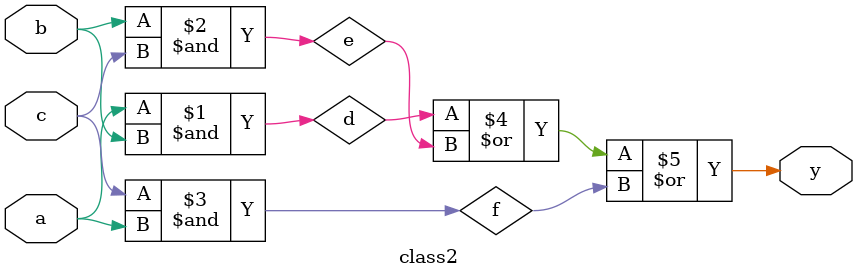
<source format=v>
module class2(a,b,c,y);
	input a,b,c;
	output y;
	and (d,a,b);
	and (e,b,c);
	and (f,c,a);
	or (y,d,e,f);
endmodule

</source>
